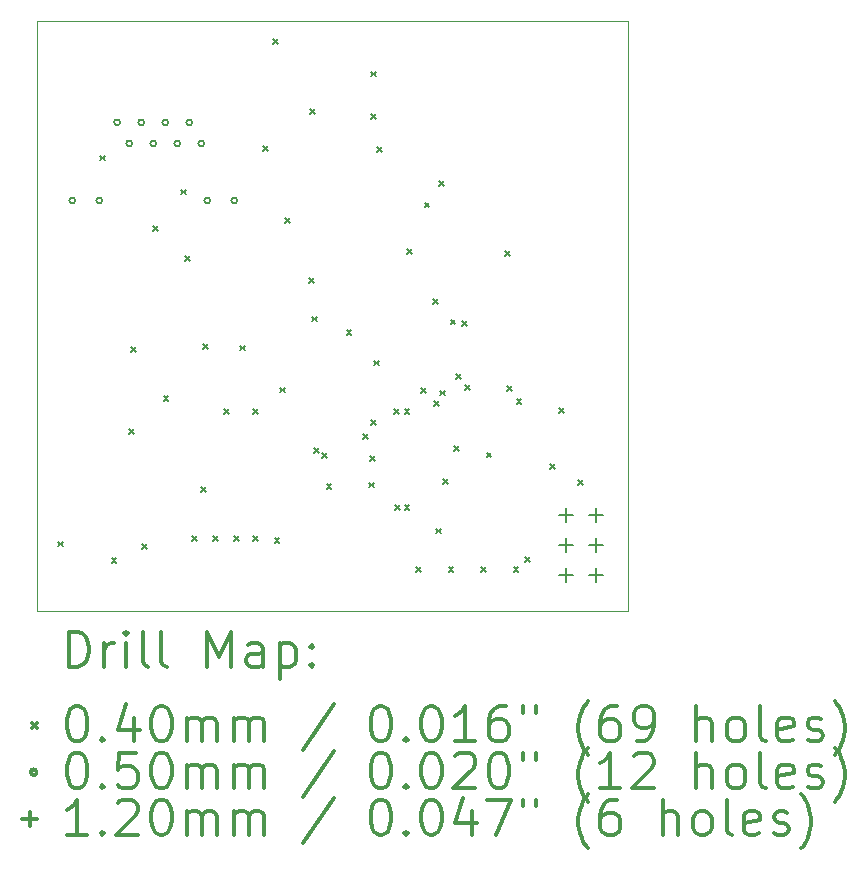
<source format=gbr>
%FSLAX45Y45*%
G04 Gerber Fmt 4.5, Leading zero omitted, Abs format (unit mm)*
G04 Created by KiCad (PCBNEW 4.0.2-stable) date 01/06/2016 17:54:03*
%MOMM*%
G01*
G04 APERTURE LIST*
%ADD10C,0.127000*%
%ADD11C,0.100000*%
%ADD12C,0.200000*%
%ADD13C,0.300000*%
G04 APERTURE END LIST*
D10*
D11*
X5000000Y-13500000D02*
X5000000Y-8500000D01*
X10000000Y-13500000D02*
X5000000Y-13500000D01*
X10000000Y-8500000D02*
X10000000Y-13500000D01*
X5000000Y-8500000D02*
X10000000Y-8500000D01*
D12*
X5180000Y-12910000D02*
X5220000Y-12950000D01*
X5220000Y-12910000D02*
X5180000Y-12950000D01*
X5530000Y-9640000D02*
X5570000Y-9680000D01*
X5570000Y-9640000D02*
X5530000Y-9680000D01*
X5629199Y-13050801D02*
X5669199Y-13090801D01*
X5669199Y-13050801D02*
X5629199Y-13090801D01*
X5780000Y-11955000D02*
X5820000Y-11995000D01*
X5820000Y-11955000D02*
X5780000Y-11995000D01*
X5794025Y-11262726D02*
X5834025Y-11302726D01*
X5834025Y-11262726D02*
X5794025Y-11302726D01*
X5890000Y-12927498D02*
X5930000Y-12967498D01*
X5930000Y-12927498D02*
X5890000Y-12967498D01*
X5980000Y-10240000D02*
X6020000Y-10280000D01*
X6020000Y-10240000D02*
X5980000Y-10280000D01*
X6070000Y-11680000D02*
X6110000Y-11720000D01*
X6110000Y-11680000D02*
X6070000Y-11720000D01*
X6217499Y-9930000D02*
X6257499Y-9970000D01*
X6257499Y-9930000D02*
X6217499Y-9970000D01*
X6250000Y-10490000D02*
X6290000Y-10530000D01*
X6290000Y-10490000D02*
X6250000Y-10530000D01*
X6310000Y-12860000D02*
X6350000Y-12900000D01*
X6350000Y-12860000D02*
X6310000Y-12900000D01*
X6390001Y-12449093D02*
X6430001Y-12489093D01*
X6430001Y-12449093D02*
X6390001Y-12489093D01*
X6405000Y-11240000D02*
X6445000Y-11280000D01*
X6445000Y-11240000D02*
X6405000Y-11280000D01*
X6490000Y-12860000D02*
X6530000Y-12900000D01*
X6530000Y-12860000D02*
X6490000Y-12900000D01*
X6580005Y-11784999D02*
X6620005Y-11824999D01*
X6620005Y-11784999D02*
X6580005Y-11824999D01*
X6670000Y-12860000D02*
X6710000Y-12900000D01*
X6710000Y-12860000D02*
X6670000Y-12900000D01*
X6720000Y-11250001D02*
X6760000Y-11290001D01*
X6760000Y-11250001D02*
X6720000Y-11290001D01*
X6830000Y-11785000D02*
X6870000Y-11825000D01*
X6870000Y-11785000D02*
X6830000Y-11825000D01*
X6830000Y-12860001D02*
X6870000Y-12900001D01*
X6870000Y-12860001D02*
X6830000Y-12900001D01*
X6911922Y-9561761D02*
X6951922Y-9601761D01*
X6951922Y-9561761D02*
X6911922Y-9601761D01*
X7000000Y-8652502D02*
X7040000Y-8692502D01*
X7040000Y-8652502D02*
X7000000Y-8692502D01*
X7010000Y-12882501D02*
X7050000Y-12922501D01*
X7050000Y-12882501D02*
X7010000Y-12922501D01*
X7055000Y-11605000D02*
X7095000Y-11645000D01*
X7095000Y-11605000D02*
X7055000Y-11645000D01*
X7100000Y-10170000D02*
X7140000Y-10210000D01*
X7140000Y-10170000D02*
X7100000Y-10210000D01*
X7304999Y-10680000D02*
X7344999Y-10720000D01*
X7344999Y-10680000D02*
X7304999Y-10720000D01*
X7310000Y-9250000D02*
X7350000Y-9290000D01*
X7350000Y-9250000D02*
X7310000Y-9290000D01*
X7329954Y-11004956D02*
X7369954Y-11044956D01*
X7369954Y-11004956D02*
X7329954Y-11044956D01*
X7346176Y-12117768D02*
X7386176Y-12157768D01*
X7386176Y-12117768D02*
X7346176Y-12157768D01*
X7409999Y-12159998D02*
X7449999Y-12199998D01*
X7449999Y-12159998D02*
X7409999Y-12199998D01*
X7450000Y-12419998D02*
X7490000Y-12459998D01*
X7490000Y-12419998D02*
X7450000Y-12459998D01*
X7620000Y-11120000D02*
X7660000Y-11160000D01*
X7660000Y-11120000D02*
X7620000Y-11160000D01*
X7760000Y-12000000D02*
X7800000Y-12040000D01*
X7800000Y-12000000D02*
X7760000Y-12040000D01*
X7809998Y-12410000D02*
X7849998Y-12450000D01*
X7849998Y-12410000D02*
X7809998Y-12450000D01*
X7818587Y-12183997D02*
X7858587Y-12223997D01*
X7858587Y-12183997D02*
X7818587Y-12223997D01*
X7830000Y-8930000D02*
X7870000Y-8970000D01*
X7870000Y-8930000D02*
X7830000Y-8970000D01*
X7830000Y-11880000D02*
X7870000Y-11920000D01*
X7870000Y-11880000D02*
X7830000Y-11920000D01*
X7830001Y-9290000D02*
X7870001Y-9330000D01*
X7870001Y-9290000D02*
X7830001Y-9330000D01*
X7851778Y-11377497D02*
X7891778Y-11417497D01*
X7891778Y-11377497D02*
X7851778Y-11417497D01*
X7878698Y-9571300D02*
X7918698Y-9611300D01*
X7918698Y-9571300D02*
X7878698Y-9611300D01*
X8020000Y-11790001D02*
X8060000Y-11830001D01*
X8060000Y-11790001D02*
X8020000Y-11830001D01*
X8030000Y-12600000D02*
X8070000Y-12640000D01*
X8070000Y-12600000D02*
X8030000Y-12640000D01*
X8110000Y-12600000D02*
X8150000Y-12640000D01*
X8150000Y-12600000D02*
X8110000Y-12640000D01*
X8110000Y-11790000D02*
X8150000Y-11830000D01*
X8150000Y-11790000D02*
X8110000Y-11830000D01*
X8130000Y-10432500D02*
X8170000Y-10472500D01*
X8170000Y-10432500D02*
X8130000Y-10472500D01*
X8206498Y-13127504D02*
X8246498Y-13167504D01*
X8246498Y-13127504D02*
X8206498Y-13167504D01*
X8250000Y-11610000D02*
X8290000Y-11650000D01*
X8290000Y-11610000D02*
X8250000Y-11650000D01*
X8280000Y-10040000D02*
X8320000Y-10080000D01*
X8320000Y-10040000D02*
X8280000Y-10080000D01*
X8355000Y-10855000D02*
X8395000Y-10895000D01*
X8395000Y-10855000D02*
X8355000Y-10895000D01*
X8360000Y-11720000D02*
X8400000Y-11760000D01*
X8400000Y-11720000D02*
X8360000Y-11760000D01*
X8380000Y-12800000D02*
X8420000Y-12840000D01*
X8420000Y-12800000D02*
X8380000Y-12840000D01*
X8405000Y-9855000D02*
X8445000Y-9895000D01*
X8445000Y-9855000D02*
X8405000Y-9895000D01*
X8410000Y-11630000D02*
X8450000Y-11670000D01*
X8450000Y-11630000D02*
X8410000Y-11670000D01*
X8440000Y-12380000D02*
X8480000Y-12420000D01*
X8480000Y-12380000D02*
X8440000Y-12420000D01*
X8482691Y-13127726D02*
X8522691Y-13167726D01*
X8522691Y-13127726D02*
X8482691Y-13167726D01*
X8500000Y-11030000D02*
X8540000Y-11070000D01*
X8540000Y-11030000D02*
X8500000Y-11070000D01*
X8530000Y-12100000D02*
X8570000Y-12140000D01*
X8570000Y-12100000D02*
X8530000Y-12140000D01*
X8550000Y-11490000D02*
X8590000Y-11530000D01*
X8590000Y-11490000D02*
X8550000Y-11530000D01*
X8600000Y-11040000D02*
X8640000Y-11080000D01*
X8640000Y-11040000D02*
X8600000Y-11080000D01*
X8624331Y-11583827D02*
X8664331Y-11623827D01*
X8664331Y-11583827D02*
X8624331Y-11623827D01*
X8760000Y-13128096D02*
X8800000Y-13168096D01*
X8800000Y-13128096D02*
X8760000Y-13168096D01*
X8805262Y-12154738D02*
X8845262Y-12194738D01*
X8845262Y-12154738D02*
X8805262Y-12194738D01*
X8960000Y-10450000D02*
X9000000Y-10490000D01*
X9000000Y-10450000D02*
X8960000Y-10490000D01*
X8980000Y-11590000D02*
X9020000Y-11630000D01*
X9020000Y-11590000D02*
X8980000Y-11630000D01*
X9034708Y-13125516D02*
X9074708Y-13165516D01*
X9074708Y-13125516D02*
X9034708Y-13165516D01*
X9060000Y-11700000D02*
X9100000Y-11740000D01*
X9100000Y-11700000D02*
X9060000Y-11740000D01*
X9129999Y-13040000D02*
X9169999Y-13080000D01*
X9169999Y-13040000D02*
X9129999Y-13080000D01*
X9342499Y-12255000D02*
X9382499Y-12295000D01*
X9382499Y-12255000D02*
X9342499Y-12295000D01*
X9420000Y-11780000D02*
X9460000Y-11820000D01*
X9460000Y-11780000D02*
X9420000Y-11820000D01*
X9580000Y-12390000D02*
X9620000Y-12430000D01*
X9620000Y-12390000D02*
X9580000Y-12430000D01*
X5322000Y-10020000D02*
G75*
G03X5322000Y-10020000I-25000J0D01*
G01*
X5551000Y-10020000D02*
G75*
G03X5551000Y-10020000I-25000J0D01*
G01*
X5701000Y-9360000D02*
G75*
G03X5701000Y-9360000I-25000J0D01*
G01*
X5803000Y-9538000D02*
G75*
G03X5803000Y-9538000I-25000J0D01*
G01*
X5905000Y-9360000D02*
G75*
G03X5905000Y-9360000I-25000J0D01*
G01*
X6007000Y-9538000D02*
G75*
G03X6007000Y-9538000I-25000J0D01*
G01*
X6109000Y-9360000D02*
G75*
G03X6109000Y-9360000I-25000J0D01*
G01*
X6211000Y-9538000D02*
G75*
G03X6211000Y-9538000I-25000J0D01*
G01*
X6313000Y-9360000D02*
G75*
G03X6313000Y-9360000I-25000J0D01*
G01*
X6415000Y-9538000D02*
G75*
G03X6415000Y-9538000I-25000J0D01*
G01*
X6465000Y-10020000D02*
G75*
G03X6465000Y-10020000I-25000J0D01*
G01*
X6694000Y-10020000D02*
G75*
G03X6694000Y-10020000I-25000J0D01*
G01*
X9475000Y-12626000D02*
X9475000Y-12746000D01*
X9415000Y-12686000D02*
X9535000Y-12686000D01*
X9475000Y-12880000D02*
X9475000Y-13000000D01*
X9415000Y-12940000D02*
X9535000Y-12940000D01*
X9475000Y-13134000D02*
X9475000Y-13254000D01*
X9415000Y-13194000D02*
X9535000Y-13194000D01*
X9729000Y-12626000D02*
X9729000Y-12746000D01*
X9669000Y-12686000D02*
X9789000Y-12686000D01*
X9729000Y-12880000D02*
X9729000Y-13000000D01*
X9669000Y-12940000D02*
X9789000Y-12940000D01*
X9729000Y-13134000D02*
X9729000Y-13254000D01*
X9669000Y-13194000D02*
X9789000Y-13194000D01*
D13*
X5266429Y-13970714D02*
X5266429Y-13670714D01*
X5337857Y-13670714D01*
X5380714Y-13685000D01*
X5409286Y-13713571D01*
X5423571Y-13742143D01*
X5437857Y-13799286D01*
X5437857Y-13842143D01*
X5423571Y-13899286D01*
X5409286Y-13927857D01*
X5380714Y-13956429D01*
X5337857Y-13970714D01*
X5266429Y-13970714D01*
X5566429Y-13970714D02*
X5566429Y-13770714D01*
X5566429Y-13827857D02*
X5580714Y-13799286D01*
X5595000Y-13785000D01*
X5623571Y-13770714D01*
X5652143Y-13770714D01*
X5752143Y-13970714D02*
X5752143Y-13770714D01*
X5752143Y-13670714D02*
X5737857Y-13685000D01*
X5752143Y-13699286D01*
X5766428Y-13685000D01*
X5752143Y-13670714D01*
X5752143Y-13699286D01*
X5937857Y-13970714D02*
X5909286Y-13956429D01*
X5895000Y-13927857D01*
X5895000Y-13670714D01*
X6095000Y-13970714D02*
X6066428Y-13956429D01*
X6052143Y-13927857D01*
X6052143Y-13670714D01*
X6437857Y-13970714D02*
X6437857Y-13670714D01*
X6537857Y-13885000D01*
X6637857Y-13670714D01*
X6637857Y-13970714D01*
X6909286Y-13970714D02*
X6909286Y-13813571D01*
X6895000Y-13785000D01*
X6866428Y-13770714D01*
X6809286Y-13770714D01*
X6780714Y-13785000D01*
X6909286Y-13956429D02*
X6880714Y-13970714D01*
X6809286Y-13970714D01*
X6780714Y-13956429D01*
X6766428Y-13927857D01*
X6766428Y-13899286D01*
X6780714Y-13870714D01*
X6809286Y-13856429D01*
X6880714Y-13856429D01*
X6909286Y-13842143D01*
X7052143Y-13770714D02*
X7052143Y-14070714D01*
X7052143Y-13785000D02*
X7080714Y-13770714D01*
X7137857Y-13770714D01*
X7166428Y-13785000D01*
X7180714Y-13799286D01*
X7195000Y-13827857D01*
X7195000Y-13913571D01*
X7180714Y-13942143D01*
X7166428Y-13956429D01*
X7137857Y-13970714D01*
X7080714Y-13970714D01*
X7052143Y-13956429D01*
X7323571Y-13942143D02*
X7337857Y-13956429D01*
X7323571Y-13970714D01*
X7309286Y-13956429D01*
X7323571Y-13942143D01*
X7323571Y-13970714D01*
X7323571Y-13785000D02*
X7337857Y-13799286D01*
X7323571Y-13813571D01*
X7309286Y-13799286D01*
X7323571Y-13785000D01*
X7323571Y-13813571D01*
X4955000Y-14445000D02*
X4995000Y-14485000D01*
X4995000Y-14445000D02*
X4955000Y-14485000D01*
X5323571Y-14300714D02*
X5352143Y-14300714D01*
X5380714Y-14315000D01*
X5395000Y-14329286D01*
X5409286Y-14357857D01*
X5423571Y-14415000D01*
X5423571Y-14486429D01*
X5409286Y-14543571D01*
X5395000Y-14572143D01*
X5380714Y-14586429D01*
X5352143Y-14600714D01*
X5323571Y-14600714D01*
X5295000Y-14586429D01*
X5280714Y-14572143D01*
X5266429Y-14543571D01*
X5252143Y-14486429D01*
X5252143Y-14415000D01*
X5266429Y-14357857D01*
X5280714Y-14329286D01*
X5295000Y-14315000D01*
X5323571Y-14300714D01*
X5552143Y-14572143D02*
X5566429Y-14586429D01*
X5552143Y-14600714D01*
X5537857Y-14586429D01*
X5552143Y-14572143D01*
X5552143Y-14600714D01*
X5823571Y-14400714D02*
X5823571Y-14600714D01*
X5752143Y-14286429D02*
X5680714Y-14500714D01*
X5866428Y-14500714D01*
X6037857Y-14300714D02*
X6066428Y-14300714D01*
X6095000Y-14315000D01*
X6109286Y-14329286D01*
X6123571Y-14357857D01*
X6137857Y-14415000D01*
X6137857Y-14486429D01*
X6123571Y-14543571D01*
X6109286Y-14572143D01*
X6095000Y-14586429D01*
X6066428Y-14600714D01*
X6037857Y-14600714D01*
X6009286Y-14586429D01*
X5995000Y-14572143D01*
X5980714Y-14543571D01*
X5966428Y-14486429D01*
X5966428Y-14415000D01*
X5980714Y-14357857D01*
X5995000Y-14329286D01*
X6009286Y-14315000D01*
X6037857Y-14300714D01*
X6266428Y-14600714D02*
X6266428Y-14400714D01*
X6266428Y-14429286D02*
X6280714Y-14415000D01*
X6309286Y-14400714D01*
X6352143Y-14400714D01*
X6380714Y-14415000D01*
X6395000Y-14443571D01*
X6395000Y-14600714D01*
X6395000Y-14443571D02*
X6409286Y-14415000D01*
X6437857Y-14400714D01*
X6480714Y-14400714D01*
X6509286Y-14415000D01*
X6523571Y-14443571D01*
X6523571Y-14600714D01*
X6666428Y-14600714D02*
X6666428Y-14400714D01*
X6666428Y-14429286D02*
X6680714Y-14415000D01*
X6709286Y-14400714D01*
X6752143Y-14400714D01*
X6780714Y-14415000D01*
X6795000Y-14443571D01*
X6795000Y-14600714D01*
X6795000Y-14443571D02*
X6809286Y-14415000D01*
X6837857Y-14400714D01*
X6880714Y-14400714D01*
X6909286Y-14415000D01*
X6923571Y-14443571D01*
X6923571Y-14600714D01*
X7509286Y-14286429D02*
X7252143Y-14672143D01*
X7895000Y-14300714D02*
X7923571Y-14300714D01*
X7952143Y-14315000D01*
X7966428Y-14329286D01*
X7980714Y-14357857D01*
X7995000Y-14415000D01*
X7995000Y-14486429D01*
X7980714Y-14543571D01*
X7966428Y-14572143D01*
X7952143Y-14586429D01*
X7923571Y-14600714D01*
X7895000Y-14600714D01*
X7866428Y-14586429D01*
X7852143Y-14572143D01*
X7837857Y-14543571D01*
X7823571Y-14486429D01*
X7823571Y-14415000D01*
X7837857Y-14357857D01*
X7852143Y-14329286D01*
X7866428Y-14315000D01*
X7895000Y-14300714D01*
X8123571Y-14572143D02*
X8137857Y-14586429D01*
X8123571Y-14600714D01*
X8109286Y-14586429D01*
X8123571Y-14572143D01*
X8123571Y-14600714D01*
X8323571Y-14300714D02*
X8352143Y-14300714D01*
X8380714Y-14315000D01*
X8395000Y-14329286D01*
X8409286Y-14357857D01*
X8423571Y-14415000D01*
X8423571Y-14486429D01*
X8409286Y-14543571D01*
X8395000Y-14572143D01*
X8380714Y-14586429D01*
X8352143Y-14600714D01*
X8323571Y-14600714D01*
X8295000Y-14586429D01*
X8280714Y-14572143D01*
X8266428Y-14543571D01*
X8252143Y-14486429D01*
X8252143Y-14415000D01*
X8266428Y-14357857D01*
X8280714Y-14329286D01*
X8295000Y-14315000D01*
X8323571Y-14300714D01*
X8709286Y-14600714D02*
X8537857Y-14600714D01*
X8623571Y-14600714D02*
X8623571Y-14300714D01*
X8595000Y-14343571D01*
X8566428Y-14372143D01*
X8537857Y-14386429D01*
X8966428Y-14300714D02*
X8909286Y-14300714D01*
X8880714Y-14315000D01*
X8866428Y-14329286D01*
X8837857Y-14372143D01*
X8823571Y-14429286D01*
X8823571Y-14543571D01*
X8837857Y-14572143D01*
X8852143Y-14586429D01*
X8880714Y-14600714D01*
X8937857Y-14600714D01*
X8966428Y-14586429D01*
X8980714Y-14572143D01*
X8995000Y-14543571D01*
X8995000Y-14472143D01*
X8980714Y-14443571D01*
X8966428Y-14429286D01*
X8937857Y-14415000D01*
X8880714Y-14415000D01*
X8852143Y-14429286D01*
X8837857Y-14443571D01*
X8823571Y-14472143D01*
X9109286Y-14300714D02*
X9109286Y-14357857D01*
X9223571Y-14300714D02*
X9223571Y-14357857D01*
X9666428Y-14715000D02*
X9652143Y-14700714D01*
X9623571Y-14657857D01*
X9609286Y-14629286D01*
X9595000Y-14586429D01*
X9580714Y-14515000D01*
X9580714Y-14457857D01*
X9595000Y-14386429D01*
X9609286Y-14343571D01*
X9623571Y-14315000D01*
X9652143Y-14272143D01*
X9666428Y-14257857D01*
X9909286Y-14300714D02*
X9852143Y-14300714D01*
X9823571Y-14315000D01*
X9809286Y-14329286D01*
X9780714Y-14372143D01*
X9766428Y-14429286D01*
X9766428Y-14543571D01*
X9780714Y-14572143D01*
X9795000Y-14586429D01*
X9823571Y-14600714D01*
X9880714Y-14600714D01*
X9909286Y-14586429D01*
X9923571Y-14572143D01*
X9937857Y-14543571D01*
X9937857Y-14472143D01*
X9923571Y-14443571D01*
X9909286Y-14429286D01*
X9880714Y-14415000D01*
X9823571Y-14415000D01*
X9795000Y-14429286D01*
X9780714Y-14443571D01*
X9766428Y-14472143D01*
X10080714Y-14600714D02*
X10137857Y-14600714D01*
X10166428Y-14586429D01*
X10180714Y-14572143D01*
X10209286Y-14529286D01*
X10223571Y-14472143D01*
X10223571Y-14357857D01*
X10209286Y-14329286D01*
X10195000Y-14315000D01*
X10166428Y-14300714D01*
X10109286Y-14300714D01*
X10080714Y-14315000D01*
X10066428Y-14329286D01*
X10052143Y-14357857D01*
X10052143Y-14429286D01*
X10066428Y-14457857D01*
X10080714Y-14472143D01*
X10109286Y-14486429D01*
X10166428Y-14486429D01*
X10195000Y-14472143D01*
X10209286Y-14457857D01*
X10223571Y-14429286D01*
X10580714Y-14600714D02*
X10580714Y-14300714D01*
X10709286Y-14600714D02*
X10709286Y-14443571D01*
X10695000Y-14415000D01*
X10666428Y-14400714D01*
X10623571Y-14400714D01*
X10595000Y-14415000D01*
X10580714Y-14429286D01*
X10895000Y-14600714D02*
X10866428Y-14586429D01*
X10852143Y-14572143D01*
X10837857Y-14543571D01*
X10837857Y-14457857D01*
X10852143Y-14429286D01*
X10866428Y-14415000D01*
X10895000Y-14400714D01*
X10937857Y-14400714D01*
X10966428Y-14415000D01*
X10980714Y-14429286D01*
X10995000Y-14457857D01*
X10995000Y-14543571D01*
X10980714Y-14572143D01*
X10966428Y-14586429D01*
X10937857Y-14600714D01*
X10895000Y-14600714D01*
X11166428Y-14600714D02*
X11137857Y-14586429D01*
X11123571Y-14557857D01*
X11123571Y-14300714D01*
X11395000Y-14586429D02*
X11366428Y-14600714D01*
X11309286Y-14600714D01*
X11280714Y-14586429D01*
X11266428Y-14557857D01*
X11266428Y-14443571D01*
X11280714Y-14415000D01*
X11309286Y-14400714D01*
X11366428Y-14400714D01*
X11395000Y-14415000D01*
X11409286Y-14443571D01*
X11409286Y-14472143D01*
X11266428Y-14500714D01*
X11523571Y-14586429D02*
X11552143Y-14600714D01*
X11609286Y-14600714D01*
X11637857Y-14586429D01*
X11652143Y-14557857D01*
X11652143Y-14543571D01*
X11637857Y-14515000D01*
X11609286Y-14500714D01*
X11566428Y-14500714D01*
X11537857Y-14486429D01*
X11523571Y-14457857D01*
X11523571Y-14443571D01*
X11537857Y-14415000D01*
X11566428Y-14400714D01*
X11609286Y-14400714D01*
X11637857Y-14415000D01*
X11752143Y-14715000D02*
X11766428Y-14700714D01*
X11795000Y-14657857D01*
X11809286Y-14629286D01*
X11823571Y-14586429D01*
X11837857Y-14515000D01*
X11837857Y-14457857D01*
X11823571Y-14386429D01*
X11809286Y-14343571D01*
X11795000Y-14315000D01*
X11766428Y-14272143D01*
X11752143Y-14257857D01*
X4995000Y-14861000D02*
G75*
G03X4995000Y-14861000I-25000J0D01*
G01*
X5323571Y-14696714D02*
X5352143Y-14696714D01*
X5380714Y-14711000D01*
X5395000Y-14725286D01*
X5409286Y-14753857D01*
X5423571Y-14811000D01*
X5423571Y-14882429D01*
X5409286Y-14939571D01*
X5395000Y-14968143D01*
X5380714Y-14982429D01*
X5352143Y-14996714D01*
X5323571Y-14996714D01*
X5295000Y-14982429D01*
X5280714Y-14968143D01*
X5266429Y-14939571D01*
X5252143Y-14882429D01*
X5252143Y-14811000D01*
X5266429Y-14753857D01*
X5280714Y-14725286D01*
X5295000Y-14711000D01*
X5323571Y-14696714D01*
X5552143Y-14968143D02*
X5566429Y-14982429D01*
X5552143Y-14996714D01*
X5537857Y-14982429D01*
X5552143Y-14968143D01*
X5552143Y-14996714D01*
X5837857Y-14696714D02*
X5695000Y-14696714D01*
X5680714Y-14839571D01*
X5695000Y-14825286D01*
X5723571Y-14811000D01*
X5795000Y-14811000D01*
X5823571Y-14825286D01*
X5837857Y-14839571D01*
X5852143Y-14868143D01*
X5852143Y-14939571D01*
X5837857Y-14968143D01*
X5823571Y-14982429D01*
X5795000Y-14996714D01*
X5723571Y-14996714D01*
X5695000Y-14982429D01*
X5680714Y-14968143D01*
X6037857Y-14696714D02*
X6066428Y-14696714D01*
X6095000Y-14711000D01*
X6109286Y-14725286D01*
X6123571Y-14753857D01*
X6137857Y-14811000D01*
X6137857Y-14882429D01*
X6123571Y-14939571D01*
X6109286Y-14968143D01*
X6095000Y-14982429D01*
X6066428Y-14996714D01*
X6037857Y-14996714D01*
X6009286Y-14982429D01*
X5995000Y-14968143D01*
X5980714Y-14939571D01*
X5966428Y-14882429D01*
X5966428Y-14811000D01*
X5980714Y-14753857D01*
X5995000Y-14725286D01*
X6009286Y-14711000D01*
X6037857Y-14696714D01*
X6266428Y-14996714D02*
X6266428Y-14796714D01*
X6266428Y-14825286D02*
X6280714Y-14811000D01*
X6309286Y-14796714D01*
X6352143Y-14796714D01*
X6380714Y-14811000D01*
X6395000Y-14839571D01*
X6395000Y-14996714D01*
X6395000Y-14839571D02*
X6409286Y-14811000D01*
X6437857Y-14796714D01*
X6480714Y-14796714D01*
X6509286Y-14811000D01*
X6523571Y-14839571D01*
X6523571Y-14996714D01*
X6666428Y-14996714D02*
X6666428Y-14796714D01*
X6666428Y-14825286D02*
X6680714Y-14811000D01*
X6709286Y-14796714D01*
X6752143Y-14796714D01*
X6780714Y-14811000D01*
X6795000Y-14839571D01*
X6795000Y-14996714D01*
X6795000Y-14839571D02*
X6809286Y-14811000D01*
X6837857Y-14796714D01*
X6880714Y-14796714D01*
X6909286Y-14811000D01*
X6923571Y-14839571D01*
X6923571Y-14996714D01*
X7509286Y-14682429D02*
X7252143Y-15068143D01*
X7895000Y-14696714D02*
X7923571Y-14696714D01*
X7952143Y-14711000D01*
X7966428Y-14725286D01*
X7980714Y-14753857D01*
X7995000Y-14811000D01*
X7995000Y-14882429D01*
X7980714Y-14939571D01*
X7966428Y-14968143D01*
X7952143Y-14982429D01*
X7923571Y-14996714D01*
X7895000Y-14996714D01*
X7866428Y-14982429D01*
X7852143Y-14968143D01*
X7837857Y-14939571D01*
X7823571Y-14882429D01*
X7823571Y-14811000D01*
X7837857Y-14753857D01*
X7852143Y-14725286D01*
X7866428Y-14711000D01*
X7895000Y-14696714D01*
X8123571Y-14968143D02*
X8137857Y-14982429D01*
X8123571Y-14996714D01*
X8109286Y-14982429D01*
X8123571Y-14968143D01*
X8123571Y-14996714D01*
X8323571Y-14696714D02*
X8352143Y-14696714D01*
X8380714Y-14711000D01*
X8395000Y-14725286D01*
X8409286Y-14753857D01*
X8423571Y-14811000D01*
X8423571Y-14882429D01*
X8409286Y-14939571D01*
X8395000Y-14968143D01*
X8380714Y-14982429D01*
X8352143Y-14996714D01*
X8323571Y-14996714D01*
X8295000Y-14982429D01*
X8280714Y-14968143D01*
X8266428Y-14939571D01*
X8252143Y-14882429D01*
X8252143Y-14811000D01*
X8266428Y-14753857D01*
X8280714Y-14725286D01*
X8295000Y-14711000D01*
X8323571Y-14696714D01*
X8537857Y-14725286D02*
X8552143Y-14711000D01*
X8580714Y-14696714D01*
X8652143Y-14696714D01*
X8680714Y-14711000D01*
X8695000Y-14725286D01*
X8709286Y-14753857D01*
X8709286Y-14782429D01*
X8695000Y-14825286D01*
X8523571Y-14996714D01*
X8709286Y-14996714D01*
X8895000Y-14696714D02*
X8923571Y-14696714D01*
X8952143Y-14711000D01*
X8966428Y-14725286D01*
X8980714Y-14753857D01*
X8995000Y-14811000D01*
X8995000Y-14882429D01*
X8980714Y-14939571D01*
X8966428Y-14968143D01*
X8952143Y-14982429D01*
X8923571Y-14996714D01*
X8895000Y-14996714D01*
X8866428Y-14982429D01*
X8852143Y-14968143D01*
X8837857Y-14939571D01*
X8823571Y-14882429D01*
X8823571Y-14811000D01*
X8837857Y-14753857D01*
X8852143Y-14725286D01*
X8866428Y-14711000D01*
X8895000Y-14696714D01*
X9109286Y-14696714D02*
X9109286Y-14753857D01*
X9223571Y-14696714D02*
X9223571Y-14753857D01*
X9666428Y-15111000D02*
X9652143Y-15096714D01*
X9623571Y-15053857D01*
X9609286Y-15025286D01*
X9595000Y-14982429D01*
X9580714Y-14911000D01*
X9580714Y-14853857D01*
X9595000Y-14782429D01*
X9609286Y-14739571D01*
X9623571Y-14711000D01*
X9652143Y-14668143D01*
X9666428Y-14653857D01*
X9937857Y-14996714D02*
X9766428Y-14996714D01*
X9852143Y-14996714D02*
X9852143Y-14696714D01*
X9823571Y-14739571D01*
X9795000Y-14768143D01*
X9766428Y-14782429D01*
X10052143Y-14725286D02*
X10066428Y-14711000D01*
X10095000Y-14696714D01*
X10166428Y-14696714D01*
X10195000Y-14711000D01*
X10209286Y-14725286D01*
X10223571Y-14753857D01*
X10223571Y-14782429D01*
X10209286Y-14825286D01*
X10037857Y-14996714D01*
X10223571Y-14996714D01*
X10580714Y-14996714D02*
X10580714Y-14696714D01*
X10709286Y-14996714D02*
X10709286Y-14839571D01*
X10695000Y-14811000D01*
X10666428Y-14796714D01*
X10623571Y-14796714D01*
X10595000Y-14811000D01*
X10580714Y-14825286D01*
X10895000Y-14996714D02*
X10866428Y-14982429D01*
X10852143Y-14968143D01*
X10837857Y-14939571D01*
X10837857Y-14853857D01*
X10852143Y-14825286D01*
X10866428Y-14811000D01*
X10895000Y-14796714D01*
X10937857Y-14796714D01*
X10966428Y-14811000D01*
X10980714Y-14825286D01*
X10995000Y-14853857D01*
X10995000Y-14939571D01*
X10980714Y-14968143D01*
X10966428Y-14982429D01*
X10937857Y-14996714D01*
X10895000Y-14996714D01*
X11166428Y-14996714D02*
X11137857Y-14982429D01*
X11123571Y-14953857D01*
X11123571Y-14696714D01*
X11395000Y-14982429D02*
X11366428Y-14996714D01*
X11309286Y-14996714D01*
X11280714Y-14982429D01*
X11266428Y-14953857D01*
X11266428Y-14839571D01*
X11280714Y-14811000D01*
X11309286Y-14796714D01*
X11366428Y-14796714D01*
X11395000Y-14811000D01*
X11409286Y-14839571D01*
X11409286Y-14868143D01*
X11266428Y-14896714D01*
X11523571Y-14982429D02*
X11552143Y-14996714D01*
X11609286Y-14996714D01*
X11637857Y-14982429D01*
X11652143Y-14953857D01*
X11652143Y-14939571D01*
X11637857Y-14911000D01*
X11609286Y-14896714D01*
X11566428Y-14896714D01*
X11537857Y-14882429D01*
X11523571Y-14853857D01*
X11523571Y-14839571D01*
X11537857Y-14811000D01*
X11566428Y-14796714D01*
X11609286Y-14796714D01*
X11637857Y-14811000D01*
X11752143Y-15111000D02*
X11766428Y-15096714D01*
X11795000Y-15053857D01*
X11809286Y-15025286D01*
X11823571Y-14982429D01*
X11837857Y-14911000D01*
X11837857Y-14853857D01*
X11823571Y-14782429D01*
X11809286Y-14739571D01*
X11795000Y-14711000D01*
X11766428Y-14668143D01*
X11752143Y-14653857D01*
X4935000Y-15197000D02*
X4935000Y-15317000D01*
X4875000Y-15257000D02*
X4995000Y-15257000D01*
X5423571Y-15392714D02*
X5252143Y-15392714D01*
X5337857Y-15392714D02*
X5337857Y-15092714D01*
X5309286Y-15135571D01*
X5280714Y-15164143D01*
X5252143Y-15178429D01*
X5552143Y-15364143D02*
X5566429Y-15378429D01*
X5552143Y-15392714D01*
X5537857Y-15378429D01*
X5552143Y-15364143D01*
X5552143Y-15392714D01*
X5680714Y-15121286D02*
X5695000Y-15107000D01*
X5723571Y-15092714D01*
X5795000Y-15092714D01*
X5823571Y-15107000D01*
X5837857Y-15121286D01*
X5852143Y-15149857D01*
X5852143Y-15178429D01*
X5837857Y-15221286D01*
X5666428Y-15392714D01*
X5852143Y-15392714D01*
X6037857Y-15092714D02*
X6066428Y-15092714D01*
X6095000Y-15107000D01*
X6109286Y-15121286D01*
X6123571Y-15149857D01*
X6137857Y-15207000D01*
X6137857Y-15278429D01*
X6123571Y-15335571D01*
X6109286Y-15364143D01*
X6095000Y-15378429D01*
X6066428Y-15392714D01*
X6037857Y-15392714D01*
X6009286Y-15378429D01*
X5995000Y-15364143D01*
X5980714Y-15335571D01*
X5966428Y-15278429D01*
X5966428Y-15207000D01*
X5980714Y-15149857D01*
X5995000Y-15121286D01*
X6009286Y-15107000D01*
X6037857Y-15092714D01*
X6266428Y-15392714D02*
X6266428Y-15192714D01*
X6266428Y-15221286D02*
X6280714Y-15207000D01*
X6309286Y-15192714D01*
X6352143Y-15192714D01*
X6380714Y-15207000D01*
X6395000Y-15235571D01*
X6395000Y-15392714D01*
X6395000Y-15235571D02*
X6409286Y-15207000D01*
X6437857Y-15192714D01*
X6480714Y-15192714D01*
X6509286Y-15207000D01*
X6523571Y-15235571D01*
X6523571Y-15392714D01*
X6666428Y-15392714D02*
X6666428Y-15192714D01*
X6666428Y-15221286D02*
X6680714Y-15207000D01*
X6709286Y-15192714D01*
X6752143Y-15192714D01*
X6780714Y-15207000D01*
X6795000Y-15235571D01*
X6795000Y-15392714D01*
X6795000Y-15235571D02*
X6809286Y-15207000D01*
X6837857Y-15192714D01*
X6880714Y-15192714D01*
X6909286Y-15207000D01*
X6923571Y-15235571D01*
X6923571Y-15392714D01*
X7509286Y-15078429D02*
X7252143Y-15464143D01*
X7895000Y-15092714D02*
X7923571Y-15092714D01*
X7952143Y-15107000D01*
X7966428Y-15121286D01*
X7980714Y-15149857D01*
X7995000Y-15207000D01*
X7995000Y-15278429D01*
X7980714Y-15335571D01*
X7966428Y-15364143D01*
X7952143Y-15378429D01*
X7923571Y-15392714D01*
X7895000Y-15392714D01*
X7866428Y-15378429D01*
X7852143Y-15364143D01*
X7837857Y-15335571D01*
X7823571Y-15278429D01*
X7823571Y-15207000D01*
X7837857Y-15149857D01*
X7852143Y-15121286D01*
X7866428Y-15107000D01*
X7895000Y-15092714D01*
X8123571Y-15364143D02*
X8137857Y-15378429D01*
X8123571Y-15392714D01*
X8109286Y-15378429D01*
X8123571Y-15364143D01*
X8123571Y-15392714D01*
X8323571Y-15092714D02*
X8352143Y-15092714D01*
X8380714Y-15107000D01*
X8395000Y-15121286D01*
X8409286Y-15149857D01*
X8423571Y-15207000D01*
X8423571Y-15278429D01*
X8409286Y-15335571D01*
X8395000Y-15364143D01*
X8380714Y-15378429D01*
X8352143Y-15392714D01*
X8323571Y-15392714D01*
X8295000Y-15378429D01*
X8280714Y-15364143D01*
X8266428Y-15335571D01*
X8252143Y-15278429D01*
X8252143Y-15207000D01*
X8266428Y-15149857D01*
X8280714Y-15121286D01*
X8295000Y-15107000D01*
X8323571Y-15092714D01*
X8680714Y-15192714D02*
X8680714Y-15392714D01*
X8609286Y-15078429D02*
X8537857Y-15292714D01*
X8723571Y-15292714D01*
X8809286Y-15092714D02*
X9009286Y-15092714D01*
X8880714Y-15392714D01*
X9109286Y-15092714D02*
X9109286Y-15149857D01*
X9223571Y-15092714D02*
X9223571Y-15149857D01*
X9666428Y-15507000D02*
X9652143Y-15492714D01*
X9623571Y-15449857D01*
X9609286Y-15421286D01*
X9595000Y-15378429D01*
X9580714Y-15307000D01*
X9580714Y-15249857D01*
X9595000Y-15178429D01*
X9609286Y-15135571D01*
X9623571Y-15107000D01*
X9652143Y-15064143D01*
X9666428Y-15049857D01*
X9909286Y-15092714D02*
X9852143Y-15092714D01*
X9823571Y-15107000D01*
X9809286Y-15121286D01*
X9780714Y-15164143D01*
X9766428Y-15221286D01*
X9766428Y-15335571D01*
X9780714Y-15364143D01*
X9795000Y-15378429D01*
X9823571Y-15392714D01*
X9880714Y-15392714D01*
X9909286Y-15378429D01*
X9923571Y-15364143D01*
X9937857Y-15335571D01*
X9937857Y-15264143D01*
X9923571Y-15235571D01*
X9909286Y-15221286D01*
X9880714Y-15207000D01*
X9823571Y-15207000D01*
X9795000Y-15221286D01*
X9780714Y-15235571D01*
X9766428Y-15264143D01*
X10295000Y-15392714D02*
X10295000Y-15092714D01*
X10423571Y-15392714D02*
X10423571Y-15235571D01*
X10409286Y-15207000D01*
X10380714Y-15192714D01*
X10337857Y-15192714D01*
X10309286Y-15207000D01*
X10295000Y-15221286D01*
X10609286Y-15392714D02*
X10580714Y-15378429D01*
X10566428Y-15364143D01*
X10552143Y-15335571D01*
X10552143Y-15249857D01*
X10566428Y-15221286D01*
X10580714Y-15207000D01*
X10609286Y-15192714D01*
X10652143Y-15192714D01*
X10680714Y-15207000D01*
X10695000Y-15221286D01*
X10709286Y-15249857D01*
X10709286Y-15335571D01*
X10695000Y-15364143D01*
X10680714Y-15378429D01*
X10652143Y-15392714D01*
X10609286Y-15392714D01*
X10880714Y-15392714D02*
X10852143Y-15378429D01*
X10837857Y-15349857D01*
X10837857Y-15092714D01*
X11109286Y-15378429D02*
X11080714Y-15392714D01*
X11023571Y-15392714D01*
X10995000Y-15378429D01*
X10980714Y-15349857D01*
X10980714Y-15235571D01*
X10995000Y-15207000D01*
X11023571Y-15192714D01*
X11080714Y-15192714D01*
X11109286Y-15207000D01*
X11123571Y-15235571D01*
X11123571Y-15264143D01*
X10980714Y-15292714D01*
X11237857Y-15378429D02*
X11266428Y-15392714D01*
X11323571Y-15392714D01*
X11352143Y-15378429D01*
X11366428Y-15349857D01*
X11366428Y-15335571D01*
X11352143Y-15307000D01*
X11323571Y-15292714D01*
X11280714Y-15292714D01*
X11252143Y-15278429D01*
X11237857Y-15249857D01*
X11237857Y-15235571D01*
X11252143Y-15207000D01*
X11280714Y-15192714D01*
X11323571Y-15192714D01*
X11352143Y-15207000D01*
X11466428Y-15507000D02*
X11480714Y-15492714D01*
X11509286Y-15449857D01*
X11523571Y-15421286D01*
X11537857Y-15378429D01*
X11552143Y-15307000D01*
X11552143Y-15249857D01*
X11537857Y-15178429D01*
X11523571Y-15135571D01*
X11509286Y-15107000D01*
X11480714Y-15064143D01*
X11466428Y-15049857D01*
M02*

</source>
